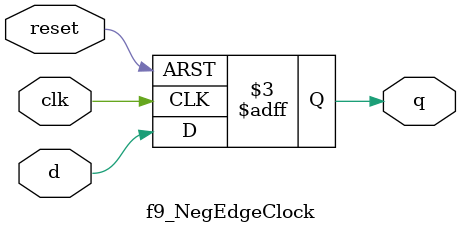
<source format=v>
module f9_NegEdgeClock(q, d, clk, reset);
input d, clk, reset;
output reg q;
always @(negedge clk or negedge reset)
    if(!reset)
	    q <= 1'b0;
	else	
        q <= d;
endmodule
</source>
